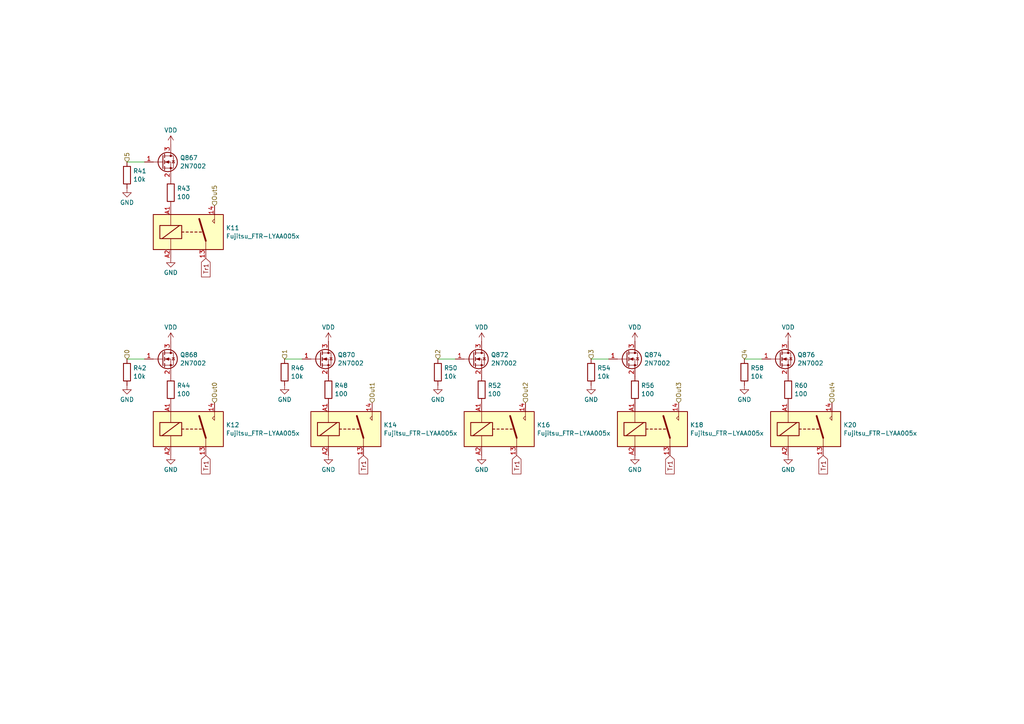
<source format=kicad_sch>
(kicad_sch (version 20250114) (generator "eeschema") (generator_version "9.0")
  (paper "A4")
  (lib_symbols
    (symbol "Device:R" (pin_numbers (hide yes)) (pin_names (offset 0))
      (property "Reference" "R" (at 2.032 0 90))
      (property "Value" "R" (at 0 0 90))
      (symbol "R_0_1"
        (rectangle (start -1.016 -2.54) (end 1.016 2.54) (stroke (width 0.254)))
      )
      (symbol "R_1_1"
        (pin passive line (at 0 3.81 270) (length 1.27) (name "~") (number "1"))
        (pin passive line (at 0 -3.81 90) (length 1.27) (name "~") (number "2"))
      )
    )
    (symbol "Relay:Fujitsu_FTR-LYAA005x"
      (property "Reference" "K" (at 11.43 3.81 0))
      (property "Value" "Fujitsu_FTR-LYAA005x" (at 11.43 1.27 0))
      (symbol "Fujitsu_FTR-LYAA005x_0_0"
        (polyline (pts (xy 7.62 5.08) (xy 7.62 2.54) (xy 6.985 3.175) (xy 7.62 3.81)))
      )
      (symbol "Fujitsu_FTR-LYAA005x_0_1"
        (rectangle (start -10.16 5.08) (end 10.16 -5.08) (stroke (width 0.254)) (fill (type background)))
        (rectangle (start -8.255 1.905) (end -1.905 -1.905) (stroke (width 0.254)))
        (polyline (pts (xy -7.62 -1.905) (xy -2.54 1.905)) (stroke (width 0.254)))
        (polyline (pts (xy -5.08 5.08) (xy -5.08 1.905)))
        (polyline (pts (xy -5.08 -5.08) (xy -5.08 -1.905)))
        (polyline (pts (xy -1.905 0) (xy -1.27 0)) (stroke (width 0.254)))
        (polyline (pts (xy -0.635 0) (xy 0 0)) (stroke (width 0.254)))
        (polyline (pts (xy 0.635 0) (xy 1.27 0)) (stroke (width 0.254)))
        (polyline (pts (xy 1.905 0) (xy 2.54 0)) (stroke (width 0.254)))
        (polyline (pts (xy 3.175 0) (xy 3.81 0)) (stroke (width 0.254)))
        (polyline (pts (xy 5.08 -2.54) (xy 3.175 3.81)) (stroke (width 0.508)))
        (polyline (pts (xy 5.08 -2.54) (xy 5.08 -5.08)))
      )
      (symbol "Fujitsu_FTR-LYAA005x_1_1"
        (pin passive line (at -5.08 7.62 270) (length 2.54) (name "~") (number "A1"))
        (pin passive line (at -5.08 -7.62 90) (length 2.54) (name "~") (number "A2"))
        (pin passive line (at 5.08 -7.62 90) (length 2.54) (name "~") (number "13"))
        (pin passive line (at 7.62 7.62 270) (length 2.54) (name "~") (number "14"))
      )
    )
    (symbol "Transistor_FET:2N7002" (pin_names (offset 0) (hide yes))
      (property "Reference" "Q" (at 5.08 1.905 0))
      (property "Value" "2N7002" (at 5.08 0 0))
      (symbol "2N7002_0_1"
        (polyline (pts (xy 0.254 1.905) (xy 0.254 -1.905)) (stroke (width 0.254)))
        (polyline (pts (xy 0.254 0) (xy -2.54 0)))
        (polyline (pts (xy 0.762 2.286) (xy 0.762 1.27)) (stroke (width 0.254)))
        (polyline (pts (xy 0.762 0.508) (xy 0.762 -0.508)) (stroke (width 0.254)))
        (polyline (pts (xy 0.762 -1.27) (xy 0.762 -2.286)) (stroke (width 0.254)))
        (polyline (pts (xy 0.762 -1.778) (xy 3.302 -1.778) (xy 3.302 1.778) (xy 0.762 1.778)))
        (polyline (pts (xy 1.016 0) (xy 2.032 0.381) (xy 2.032 -0.381) (xy 1.016 0)) (fill (type outline)))
        (circle (center 1.651 0) (radius 2.794) (stroke (width 0.254)))
        (polyline (pts (xy 2.54 2.54) (xy 2.54 1.778)))
        (circle (center 2.54 1.778) (radius 0.254) (fill (type outline)))
        (circle (center 2.54 -1.778) (radius 0.254) (fill (type outline)))
        (polyline (pts (xy 2.54 -2.54) (xy 2.54 0) (xy 0.762 0)))
        (polyline (pts (xy 2.921 0.381) (xy 3.683 0.381)))
        (polyline (pts (xy 3.302 0.381) (xy 2.921 -0.254) (xy 3.683 -0.254) (xy 3.302 0.381)))
      )
      (symbol "2N7002_1_1"
        (pin input line (at -5.08 0 0) (length 2.54) (name "G") (number "1"))
        (pin passive line (at 2.54 5.08 270) (length 2.54) (name "D") (number "3"))
        (pin passive line (at 2.54 -5.08 90) (length 2.54) (name "S") (number "2"))
      )
    )
    (symbol "power:GND" (power) (pin_numbers (hide yes)) (pin_names (offset 0) (hide yes))
      (property "Value" "GND" (at 0 -3.81 0))
      (symbol "GND_0_1"
        (polyline (pts (xy 0 0) (xy 0 -1.27) (xy 1.27 -1.27) (xy 0 -2.54) (xy -1.27 -1.27) (xy 0 -1.27)))
      )
      (symbol "GND_1_1"
        (pin power_in line (at 0 0 270) (length 0) (name "~") (number "1"))
      )
    )
    (symbol "power:VDD" (power) (pin_numbers (hide yes)) (pin_names (offset 0) (hide yes))
      (property "Value" "VDD" (at 0 3.556 0))
      (symbol "VDD_0_1"
        (polyline (pts (xy -0.762 1.27) (xy 0 2.54)))
        (polyline (pts (xy 0 2.54) (xy 0.762 1.27)))
        (polyline (pts (xy 0 0) (xy 0 2.54)))
      )
      (symbol "VDD_1_1"
        (pin power_in line (at 0 0 90) (length 0) (name "~") (number "1"))
      )
    )
  )
  (wire (pts (xy 215.9 104.14) (xy 220.98 104.14)))
  (wire (pts (xy 127 104.14) (xy 132.08 104.14)))
  (wire (pts (xy 171.45 104.14) (xy 176.53 104.14)))
  (wire (pts (xy 36.83 104.14) (xy 41.91 104.14)))
  (wire (pts (xy 36.83 46.99) (xy 41.91 46.99)))
  (wire (pts (xy 82.55 104.14) (xy 87.63 104.14)))
  (global_label "Tr1" (shape input) (at 59.69 74.93 270) (property "Intersheetrefs" "${INTERSHEET_REFS}" (effects (hide yes))))
  (global_label "Tr1" (shape input) (at 105.41 132.08 270) (property "Intersheetrefs" "${INTERSHEET_REFS}" (effects (hide yes))))
  (global_label "Tr1" (shape input) (at 149.86 132.08 270) (property "Intersheetrefs" "${INTERSHEET_REFS}" (effects (hide yes))))
  (global_label "Tr1" (shape input) (at 194.31 132.08 270) (property "Intersheetrefs" "${INTERSHEET_REFS}" (effects (hide yes))))
  (global_label "Tr1" (shape input) (at 238.76 132.08 270) (property "Intersheetrefs" "${INTERSHEET_REFS}" (effects (hide yes))))
  (global_label "Tr1" (shape input) (at 59.69 132.08 270) (property "Intersheetrefs" "${INTERSHEET_REFS}" (effects (hide yes))))
  (hierarchical_label "Out3" (shape input) (at 196.85 116.84 90))
  (hierarchical_label "1" (shape input) (at 82.55 104.14 90))
  (hierarchical_label "Out1" (shape input) (at 107.95 116.84 90))
  (hierarchical_label "0" (shape input) (at 36.83 104.14 90))
  (hierarchical_label "2" (shape input) (at 127 104.14 90))
  (hierarchical_label "Out4" (shape input) (at 241.3 116.84 90))
  (hierarchical_label "3" (shape input) (at 171.45 104.14 90))
  (hierarchical_label "5" (shape input) (at 36.83 46.99 90))
  (hierarchical_label "4" (shape input) (at 215.9 104.14 90))
  (hierarchical_label "Out2" (shape input) (at 152.4 116.84 90))
  (hierarchical_label "Out5" (shape input) (at 62.23 59.69 90))
  (hierarchical_label "Out0" (shape input) (at 62.23 116.84 90))
  (symbol (lib_id "Transistor_FET:2N7002") (at 46.99 46.99 0) (unit 1)
    (property "Reference" "Q867" (at 52.197 45.7778 0) (effects (justify left)))
    (property "Value" "2N7002" (at 52.197 48.2021 0) (effects (justify left)))
    (property "Footprint" "Package_TO_SOT_SMD:SOT-23" (effects (hide yes)))
    (property "Datasheet" "https://www.onsemi.com/pub/Collateral/NDS7002A-D.PDF" (effects (hide yes)))
    (property "Description" "0.115A Id, 60V Vds, N-Channel MOSFET, SOT-23" (effects (hide yes)))
    (instances (project "transistor-clock" (path "" (reference "Q867") (unit 1)) (path "" (reference "Q809") (unit 1))))
  )
  (symbol (lib_id "Device:R") (at 49.53 113.03 0) (unit 1)
    (property "Reference" "R44" (at 51.308 111.8178 0) (effects (justify left)))
    (property "Value" "100" (at 51.308 114.2421 0) (effects (justify left)))
    (property "Footprint" "Resistor_SMD:R_0402_1005Metric" (effects (hide yes)))
    (property "Description" "Resistor" (effects (hide yes)))
    (instances (project "transistor-clock" (path "" (reference "R44") (unit 1)) (path "" (reference "R84") (unit 1))))
  )
  (symbol (lib_id "power:VDD") (at 184.15 99.06 0) (unit 1)
    (property "Reference" "#PWR0374" (effects (hide yes)))
    (property "Value" "VDD" (at 184.15 94.9269 0))
    (property "Description" "Power symbol creates a global label with name \"VDD\"" (effects (hide yes)))
    (instances (project "transistor-clock" (path "" (reference "#PWR0374") (unit 1)) (path "" (reference "#PWR0430") (unit 1))))
  )
  (symbol (lib_id "power:GND") (at 215.9 111.76 0) (unit 1)
    (property "Reference" "#PWR0377" (effects (hide yes)))
    (property "Value" "GND" (at 215.9 115.8931 0))
    (property "Description" "Power symbol creates a global label with name \"GND\" , ground" (effects (hide yes)))
    (instances (project "transistor-clock" (path "" (reference "#PWR0377") (unit 1)) (path "" (reference "#PWR0433") (unit 1))))
  )
  (symbol (lib_id "Relay:Fujitsu_FTR-LYAA005x") (at 100.33 124.46 0) (unit 1)
    (property "Reference" "K14" (at 111.252 123.2478 0) (effects (justify left)))
    (property "Value" "Fujitsu_FTR-LYAA005x" (at 111.252 125.6721 0) (effects (justify left)))
    (property "Footprint" "Relay_THT:Relay_SPST-NO_Fujitsu_FTR-LYAA005x_FormA_Vertical" (effects (hide yes)))
    (property "Datasheet" "https://www.fujitsu.com/sg/imagesgig5/ftr-ly.pdf" (effects (hide yes)))
    (property "Description" "Relay, SPST Form A, vertical mount, 5-60V coil, 6A, 250VAC, 28 x 5 x 15mm" (effects (hide yes)))
    (instances (project "transistor-clock" (path "" (reference "K14") (unit 1)) (path "" (reference "K34") (unit 1))))
  )
  (symbol (lib_id "power:VDD") (at 95.25 99.06 0) (unit 1)
    (property "Reference" "#PWR0362" (effects (hide yes)))
    (property "Value" "VDD" (at 95.25 94.9269 0))
    (property "Description" "Power symbol creates a global label with name \"VDD\"" (effects (hide yes)))
    (instances (project "transistor-clock" (path "" (reference "#PWR0362") (unit 1)) (path "" (reference "#PWR0418") (unit 1))))
  )
  (symbol (lib_id "Device:R") (at 95.25 113.03 0) (unit 1)
    (property "Reference" "R48" (at 97.028 111.8178 0) (effects (justify left)))
    (property "Value" "100" (at 97.028 114.2421 0) (effects (justify left)))
    (property "Footprint" "Resistor_SMD:R_0402_1005Metric" (effects (hide yes)))
    (property "Description" "Resistor" (effects (hide yes)))
    (instances (project "transistor-clock" (path "" (reference "R48") (unit 1)) (path "" (reference "R88") (unit 1))))
  )
  (symbol (lib_id "Relay:Fujitsu_FTR-LYAA005x") (at 54.61 67.31 0) (unit 1)
    (property "Reference" "K11" (at 65.532 66.0978 0) (effects (justify left)))
    (property "Value" "Fujitsu_FTR-LYAA005x" (at 65.532 68.5221 0) (effects (justify left)))
    (property "Footprint" "Relay_THT:Relay_SPST-NO_Fujitsu_FTR-LYAA005x_FormA_Vertical" (effects (hide yes)))
    (property "Datasheet" "https://www.fujitsu.com/sg/imagesgig5/ftr-ly.pdf" (effects (hide yes)))
    (property "Description" "Relay, SPST Form A, vertical mount, 5-60V coil, 6A, 250VAC, 28 x 5 x 15mm" (effects (hide yes)))
    (instances (project "transistor-clock" (path "" (reference "K11") (unit 1)) (path "" (reference "K31") (unit 1))))
  )
  (symbol (lib_id "Transistor_FET:2N7002") (at 92.71 104.14 0) (unit 1)
    (property "Reference" "Q870" (at 97.917 102.9278 0) (effects (justify left)))
    (property "Value" "2N7002" (at 97.917 105.3521 0) (effects (justify left)))
    (property "Footprint" "Package_TO_SOT_SMD:SOT-23" (effects (hide yes)))
    (property "Datasheet" "https://www.onsemi.com/pub/Collateral/NDS7002A-D.PDF" (effects (hide yes)))
    (property "Description" "0.115A Id, 60V Vds, N-Channel MOSFET, SOT-23" (effects (hide yes)))
    (instances (project "transistor-clock" (path "" (reference "Q870") (unit 1)) (path "" (reference "Q878") (unit 1))))
  )
  (symbol (lib_id "Relay:Fujitsu_FTR-LYAA005x") (at 233.68 124.46 0) (unit 1)
    (property "Reference" "K20" (at 244.602 123.2478 0) (effects (justify left)))
    (property "Value" "Fujitsu_FTR-LYAA005x" (at 244.602 125.6721 0) (effects (justify left)))
    (property "Footprint" "Relay_THT:Relay_SPST-NO_Fujitsu_FTR-LYAA005x_FormA_Vertical" (effects (hide yes)))
    (property "Datasheet" "https://www.fujitsu.com/sg/imagesgig5/ftr-ly.pdf" (effects (hide yes)))
    (property "Description" "Relay, SPST Form A, vertical mount, 5-60V coil, 6A, 250VAC, 28 x 5 x 15mm" (effects (hide yes)))
    (instances (project "transistor-clock" (path "" (reference "K20") (unit 1)) (path "" (reference "K40") (unit 1))))
  )
  (symbol (lib_id "Relay:Fujitsu_FTR-LYAA005x") (at 189.23 124.46 0) (unit 1)
    (property "Reference" "K18" (at 200.152 123.2478 0) (effects (justify left)))
    (property "Value" "Fujitsu_FTR-LYAA005x" (at 200.152 125.6721 0) (effects (justify left)))
    (property "Footprint" "Relay_THT:Relay_SPST-NO_Fujitsu_FTR-LYAA005x_FormA_Vertical" (effects (hide yes)))
    (property "Datasheet" "https://www.fujitsu.com/sg/imagesgig5/ftr-ly.pdf" (effects (hide yes)))
    (property "Description" "Relay, SPST Form A, vertical mount, 5-60V coil, 6A, 250VAC, 28 x 5 x 15mm" (effects (hide yes)))
    (instances (project "transistor-clock" (path "" (reference "K18") (unit 1)) (path "" (reference "K38") (unit 1))))
  )
  (symbol (lib_id "Transistor_FET:2N7002") (at 46.99 104.14 0) (unit 1)
    (property "Reference" "Q868" (at 52.197 102.9278 0) (effects (justify left)))
    (property "Value" "2N7002" (at 52.197 105.3521 0) (effects (justify left)))
    (property "Footprint" "Package_TO_SOT_SMD:SOT-23" (effects (hide yes)))
    (property "Datasheet" "https://www.onsemi.com/pub/Collateral/NDS7002A-D.PDF" (effects (hide yes)))
    (property "Description" "0.115A Id, 60V Vds, N-Channel MOSFET, SOT-23" (effects (hide yes)))
    (instances (project "transistor-clock" (path "" (reference "Q868") (unit 1)) (path "" (reference "Q810") (unit 1))))
  )
  (symbol (lib_id "Relay:Fujitsu_FTR-LYAA005x") (at 54.61 124.46 0) (unit 1)
    (property "Reference" "K12" (at 65.532 123.2478 0) (effects (justify left)))
    (property "Value" "Fujitsu_FTR-LYAA005x" (at 65.532 125.6721 0) (effects (justify left)))
    (property "Footprint" "Relay_THT:Relay_SPST-NO_Fujitsu_FTR-LYAA005x_FormA_Vertical" (effects (hide yes)))
    (property "Datasheet" "https://www.fujitsu.com/sg/imagesgig5/ftr-ly.pdf" (effects (hide yes)))
    (property "Description" "Relay, SPST Form A, vertical mount, 5-60V coil, 6A, 250VAC, 28 x 5 x 15mm" (effects (hide yes)))
    (instances (project "transistor-clock" (path "" (reference "K12") (unit 1)) (path "" (reference "K32") (unit 1))))
  )
  (symbol (lib_id "power:GND") (at 184.15 132.08 0) (unit 1)
    (property "Reference" "#PWR0375" (effects (hide yes)))
    (property "Value" "GND" (at 184.15 136.2131 0))
    (property "Description" "Power symbol creates a global label with name \"GND\" , ground" (effects (hide yes)))
    (instances (project "transistor-clock" (path "" (reference "#PWR0375") (unit 1)) (path "" (reference "#PWR0431") (unit 1))))
  )
  (symbol (lib_id "power:VDD") (at 49.53 41.91 0) (unit 1)
    (property "Reference" "#PWR0354" (effects (hide yes)))
    (property "Value" "VDD" (at 49.53 37.7769 0))
    (property "Description" "Power symbol creates a global label with name \"VDD\"" (effects (hide yes)))
    (instances (project "transistor-clock" (path "" (reference "#PWR0354") (unit 1)) (path "" (reference "#PWR0410") (unit 1))))
  )
  (symbol (lib_id "Device:R") (at 82.55 107.95 0) (unit 1)
    (property "Reference" "R46" (at 84.328 106.7378 0) (effects (justify left)))
    (property "Value" "10k" (at 84.328 109.1621 0) (effects (justify left)))
    (property "Footprint" "Resistor_SMD:R_0402_1005Metric" (effects (hide yes)))
    (property "Description" "Resistor" (effects (hide yes)))
    (instances (project "transistor-clock" (path "" (reference "R46") (unit 1)) (path "" (reference "R86") (unit 1))))
  )
  (symbol (lib_id "Relay:Fujitsu_FTR-LYAA005x") (at 144.78 124.46 0) (unit 1)
    (property "Reference" "K16" (at 155.702 123.2478 0) (effects (justify left)))
    (property "Value" "Fujitsu_FTR-LYAA005x" (at 155.702 125.6721 0) (effects (justify left)))
    (property "Footprint" "Relay_THT:Relay_SPST-NO_Fujitsu_FTR-LYAA005x_FormA_Vertical" (effects (hide yes)))
    (property "Datasheet" "https://www.fujitsu.com/sg/imagesgig5/ftr-ly.pdf" (effects (hide yes)))
    (property "Description" "Relay, SPST Form A, vertical mount, 5-60V coil, 6A, 250VAC, 28 x 5 x 15mm" (effects (hide yes)))
    (instances (project "transistor-clock" (path "" (reference "K16") (unit 1)) (path "" (reference "K36") (unit 1))))
  )
  (symbol (lib_id "Device:R") (at 215.9 107.95 0) (unit 1)
    (property "Reference" "R58" (at 217.678 106.7378 0) (effects (justify left)))
    (property "Value" "10k" (at 217.678 109.1621 0) (effects (justify left)))
    (property "Footprint" "Resistor_SMD:R_0402_1005Metric" (effects (hide yes)))
    (property "Description" "Resistor" (effects (hide yes)))
    (instances (project "transistor-clock" (path "" (reference "R58") (unit 1)) (path "" (reference "R98") (unit 1))))
  )
  (symbol (lib_id "Device:R") (at 36.83 50.8 0) (unit 1)
    (property "Reference" "R41" (at 38.608 49.5878 0) (effects (justify left)))
    (property "Value" "10k" (at 38.608 52.0121 0) (effects (justify left)))
    (property "Footprint" "Resistor_SMD:R_0402_1005Metric" (effects (hide yes)))
    (property "Description" "Resistor" (effects (hide yes)))
    (instances (project "transistor-clock" (path "" (reference "R41") (unit 1)) (path "" (reference "R81") (unit 1))))
  )
  (symbol (lib_id "power:GND") (at 49.53 132.08 0) (unit 1)
    (property "Reference" "#PWR0357" (effects (hide yes)))
    (property "Value" "GND" (at 49.53 136.2131 0))
    (property "Description" "Power symbol creates a global label with name \"GND\" , ground" (effects (hide yes)))
    (instances (project "transistor-clock" (path "" (reference "#PWR0357") (unit 1)) (path "" (reference "#PWR0413") (unit 1))))
  )
  (symbol (lib_id "power:GND") (at 127 111.76 0) (unit 1)
    (property "Reference" "#PWR0365" (effects (hide yes)))
    (property "Value" "GND" (at 127 115.8931 0))
    (property "Description" "Power symbol creates a global label with name \"GND\" , ground" (effects (hide yes)))
    (instances (project "transistor-clock" (path "" (reference "#PWR0365") (unit 1)) (path "" (reference "#PWR0421") (unit 1))))
  )
  (symbol (lib_id "power:GND") (at 82.55 111.76 0) (unit 1)
    (property "Reference" "#PWR0359" (effects (hide yes)))
    (property "Value" "GND" (at 82.55 115.8931 0))
    (property "Description" "Power symbol creates a global label with name \"GND\" , ground" (effects (hide yes)))
    (instances (project "transistor-clock" (path "" (reference "#PWR0359") (unit 1)) (path "" (reference "#PWR0415") (unit 1))))
  )
  (symbol (lib_id "Transistor_FET:2N7002") (at 137.16 104.14 0) (unit 1)
    (property "Reference" "Q872" (at 142.367 102.9278 0) (effects (justify left)))
    (property "Value" "2N7002" (at 142.367 105.3521 0) (effects (justify left)))
    (property "Footprint" "Package_TO_SOT_SMD:SOT-23" (effects (hide yes)))
    (property "Datasheet" "https://www.onsemi.com/pub/Collateral/NDS7002A-D.PDF" (effects (hide yes)))
    (property "Description" "0.115A Id, 60V Vds, N-Channel MOSFET, SOT-23" (effects (hide yes)))
    (instances (project "transistor-clock" (path "" (reference "Q872") (unit 1)) (path "" (reference "Q880") (unit 1))))
  )
  (symbol (lib_id "power:VDD") (at 49.53 99.06 0) (unit 1)
    (property "Reference" "#PWR0356" (effects (hide yes)))
    (property "Value" "VDD" (at 49.53 94.9269 0))
    (property "Description" "Power symbol creates a global label with name \"VDD\"" (effects (hide yes)))
    (instances (project "transistor-clock" (path "" (reference "#PWR0356") (unit 1)) (path "" (reference "#PWR0412") (unit 1))))
  )
  (symbol (lib_id "Transistor_FET:2N7002") (at 226.06 104.14 0) (unit 1)
    (property "Reference" "Q876" (at 231.267 102.9278 0) (effects (justify left)))
    (property "Value" "2N7002" (at 231.267 105.3521 0) (effects (justify left)))
    (property "Footprint" "Package_TO_SOT_SMD:SOT-23" (effects (hide yes)))
    (property "Datasheet" "https://www.onsemi.com/pub/Collateral/NDS7002A-D.PDF" (effects (hide yes)))
    (property "Description" "0.115A Id, 60V Vds, N-Channel MOSFET, SOT-23" (effects (hide yes)))
    (instances (project "transistor-clock" (path "" (reference "Q876") (unit 1)) (path "" (reference "Q884") (unit 1))))
  )
  (symbol (lib_id "power:GND") (at 36.83 111.76 0) (unit 1)
    (property "Reference" "#PWR0353" (effects (hide yes)))
    (property "Value" "GND" (at 36.83 115.8931 0))
    (property "Description" "Power symbol creates a global label with name \"GND\" , ground" (effects (hide yes)))
    (instances (project "transistor-clock" (path "" (reference "#PWR0353") (unit 1)) (path "" (reference "#PWR0409") (unit 1))))
  )
  (symbol (lib_id "power:VDD") (at 228.6 99.06 0) (unit 1)
    (property "Reference" "#PWR0380" (effects (hide yes)))
    (property "Value" "VDD" (at 228.6 94.9269 0))
    (property "Description" "Power symbol creates a global label with name \"VDD\"" (effects (hide yes)))
    (instances (project "transistor-clock" (path "" (reference "#PWR0380") (unit 1)) (path "" (reference "#PWR0436") (unit 1))))
  )
  (symbol (lib_id "Device:R") (at 36.83 107.95 0) (unit 1)
    (property "Reference" "R42" (at 38.608 106.7378 0) (effects (justify left)))
    (property "Value" "10k" (at 38.608 109.1621 0) (effects (justify left)))
    (property "Footprint" "Resistor_SMD:R_0402_1005Metric" (effects (hide yes)))
    (property "Description" "Resistor" (effects (hide yes)))
    (instances (project "transistor-clock" (path "" (reference "R42") (unit 1)) (path "" (reference "R82") (unit 1))))
  )
  (symbol (lib_id "power:GND") (at 36.83 54.61 0) (unit 1)
    (property "Reference" "#PWR0352" (effects (hide yes)))
    (property "Value" "GND" (at 36.83 58.7431 0))
    (property "Description" "Power symbol creates a global label with name \"GND\" , ground" (effects (hide yes)))
    (instances (project "transistor-clock" (path "" (reference "#PWR0352") (unit 1)) (path "" (reference "#PWR0408") (unit 1))))
  )
  (symbol (lib_id "Device:R") (at 139.7 113.03 0) (unit 1)
    (property "Reference" "R52" (at 141.478 111.8178 0) (effects (justify left)))
    (property "Value" "100" (at 141.478 114.2421 0) (effects (justify left)))
    (property "Footprint" "Resistor_SMD:R_0402_1005Metric" (effects (hide yes)))
    (property "Description" "Resistor" (effects (hide yes)))
    (instances (project "transistor-clock" (path "" (reference "R52") (unit 1)) (path "" (reference "R92") (unit 1))))
  )
  (symbol (lib_id "Device:R") (at 127 107.95 0) (unit 1)
    (property "Reference" "R50" (at 128.778 106.7378 0) (effects (justify left)))
    (property "Value" "10k" (at 128.778 109.1621 0) (effects (justify left)))
    (property "Footprint" "Resistor_SMD:R_0402_1005Metric" (effects (hide yes)))
    (property "Description" "Resistor" (effects (hide yes)))
    (instances (project "transistor-clock" (path "" (reference "R50") (unit 1)) (path "" (reference "R90") (unit 1))))
  )
  (symbol (lib_id "Device:R") (at 228.6 113.03 0) (unit 1)
    (property "Reference" "R60" (at 230.378 111.8178 0) (effects (justify left)))
    (property "Value" "100" (at 230.378 114.2421 0) (effects (justify left)))
    (property "Footprint" "Resistor_SMD:R_0402_1005Metric" (effects (hide yes)))
    (property "Description" "Resistor" (effects (hide yes)))
    (instances (project "transistor-clock" (path "" (reference "R60") (unit 1)) (path "" (reference "R100") (unit 1))))
  )
  (symbol (lib_id "power:GND") (at 171.45 111.76 0) (unit 1)
    (property "Reference" "#PWR0371" (effects (hide yes)))
    (property "Value" "GND" (at 171.45 115.8931 0))
    (property "Description" "Power symbol creates a global label with name \"GND\" , ground" (effects (hide yes)))
    (instances (project "transistor-clock" (path "" (reference "#PWR0371") (unit 1)) (path "" (reference "#PWR0427") (unit 1))))
  )
  (symbol (lib_id "Device:R") (at 49.53 55.88 0) (unit 1)
    (property "Reference" "R43" (at 51.308 54.6678 0) (effects (justify left)))
    (property "Value" "100" (at 51.308 57.0921 0) (effects (justify left)))
    (property "Footprint" "Resistor_SMD:R_0402_1005Metric" (effects (hide yes)))
    (property "Description" "Resistor" (effects (hide yes)))
    (instances (project "transistor-clock" (path "" (reference "R43") (unit 1)) (path "" (reference "R83") (unit 1))))
  )
  (symbol (lib_id "power:GND") (at 228.6 132.08 0) (unit 1)
    (property "Reference" "#PWR0381" (effects (hide yes)))
    (property "Value" "GND" (at 228.6 136.2131 0))
    (property "Description" "Power symbol creates a global label with name \"GND\" , ground" (effects (hide yes)))
    (instances (project "transistor-clock" (path "" (reference "#PWR0381") (unit 1)) (path "" (reference "#PWR0437") (unit 1))))
  )
  (symbol (lib_id "Transistor_FET:2N7002") (at 181.61 104.14 0) (unit 1)
    (property "Reference" "Q874" (at 186.817 102.9278 0) (effects (justify left)))
    (property "Value" "2N7002" (at 186.817 105.3521 0) (effects (justify left)))
    (property "Footprint" "Package_TO_SOT_SMD:SOT-23" (effects (hide yes)))
    (property "Datasheet" "https://www.onsemi.com/pub/Collateral/NDS7002A-D.PDF" (effects (hide yes)))
    (property "Description" "0.115A Id, 60V Vds, N-Channel MOSFET, SOT-23" (effects (hide yes)))
    (instances (project "transistor-clock" (path "" (reference "Q874") (unit 1)) (path "" (reference "Q882") (unit 1))))
  )
  (symbol (lib_id "Device:R") (at 171.45 107.95 0) (unit 1)
    (property "Reference" "R54" (at 173.228 106.7378 0) (effects (justify left)))
    (property "Value" "10k" (at 173.228 109.1621 0) (effects (justify left)))
    (property "Footprint" "Resistor_SMD:R_0402_1005Metric" (effects (hide yes)))
    (property "Description" "Resistor" (effects (hide yes)))
    (instances (project "transistor-clock" (path "" (reference "R54") (unit 1)) (path "" (reference "R94") (unit 1))))
  )
  (symbol (lib_id "power:VDD") (at 139.7 99.06 0) (unit 1)
    (property "Reference" "#PWR0368" (effects (hide yes)))
    (property "Value" "VDD" (at 139.7 94.9269 0))
    (property "Description" "Power symbol creates a global label with name \"VDD\"" (effects (hide yes)))
    (instances (project "transistor-clock" (path "" (reference "#PWR0368") (unit 1)) (path "" (reference "#PWR0424") (unit 1))))
  )
  (symbol (lib_id "power:GND") (at 95.25 132.08 0) (unit 1)
    (property "Reference" "#PWR0363" (effects (hide yes)))
    (property "Value" "GND" (at 95.25 136.2131 0))
    (property "Description" "Power symbol creates a global label with name \"GND\" , ground" (effects (hide yes)))
    (instances (project "transistor-clock" (path "" (reference "#PWR0363") (unit 1)) (path "" (reference "#PWR0419") (unit 1))))
  )
  (symbol (lib_id "power:GND") (at 139.7 132.08 0) (unit 1)
    (property "Reference" "#PWR0369" (effects (hide yes)))
    (property "Value" "GND" (at 139.7 136.2131 0))
    (property "Description" "Power symbol creates a global label with name \"GND\" , ground" (effects (hide yes)))
    (instances (project "transistor-clock" (path "" (reference "#PWR0369") (unit 1)) (path "" (reference "#PWR0425") (unit 1))))
  )
  (symbol (lib_id "Device:R") (at 184.15 113.03 0) (unit 1)
    (property "Reference" "R56" (at 185.928 111.8178 0) (effects (justify left)))
    (property "Value" "100" (at 185.928 114.2421 0) (effects (justify left)))
    (property "Footprint" "Resistor_SMD:R_0402_1005Metric" (effects (hide yes)))
    (property "Description" "Resistor" (effects (hide yes)))
    (instances (project "transistor-clock" (path "" (reference "R56") (unit 1)) (path "" (reference "R96") (unit 1))))
  )
  (symbol (lib_id "power:GND") (at 49.53 74.93 0) (unit 1)
    (property "Reference" "#PWR0355" (effects (hide yes)))
    (property "Value" "GND" (at 49.53 79.0631 0))
    (property "Description" "Power symbol creates a global label with name \"GND\" , ground" (effects (hide yes)))
    (instances (project "transistor-clock" (path "" (reference "#PWR0355") (unit 1)) (path "" (reference "#PWR0411") (unit 1))))
  )
)
</source>
